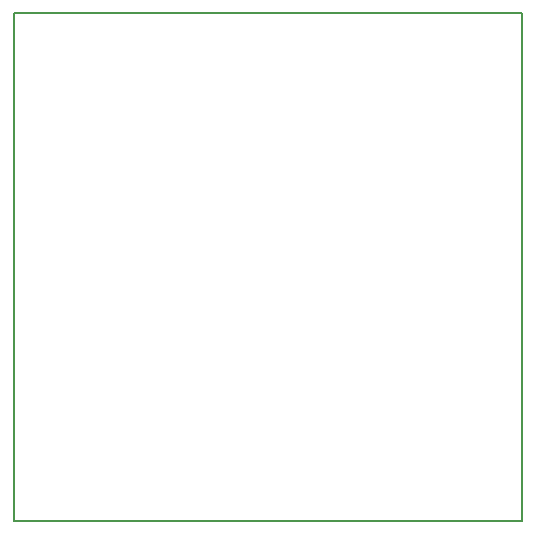
<source format=gm1>
G04 #@! TF.FileFunction,Profile,NP*
%FSLAX46Y46*%
G04 Gerber Fmt 4.6, Leading zero omitted, Abs format (unit mm)*
G04 Created by KiCad (PCBNEW 4.0.4+dfsg1-stable) date Sun Feb  5 16:49:06 2017*
%MOMM*%
%LPD*%
G01*
G04 APERTURE LIST*
%ADD1000C,0.100000*%
%ADD1100C,0.150000*%
G04 APERTURE END LIST*
D1000*
D1100*
X0Y43000000D02*
X0Y0D01*
X43000000Y43000000D02*
X0Y43000000D01*
X43000000Y0D02*
X43000000Y43000000D01*
X0Y0D02*
X43000000Y0D01*
M02*

</source>
